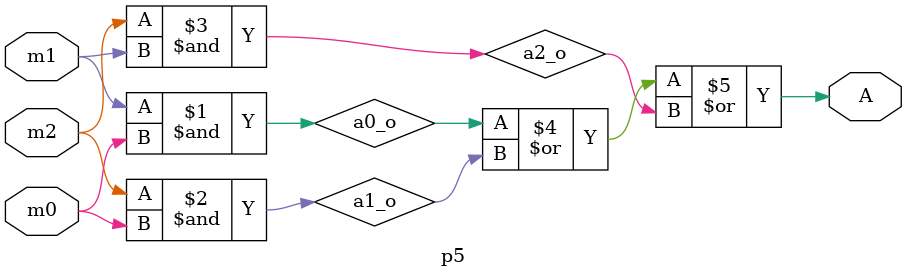
<source format=v>

module p5(A, m2, m1, m0); //you list all inputs and outputs, by convention outputs go first
	output A; // this tells the compile which lines are inputs and outputs
	input m2, m1, m0;
	
	and a0 (a0_o, m1, m0); // defines the a0 gate, see figure
	and a1 (a1_o, m2, m0); // defines the a1 gate, see figure
	and a2 (a2_o, m2, m1); // defines the a2 gate, see figure
	or o0 (A, a0_o, a1_o, a2_o); // defines the o0 gate, see figure
endmodule

</source>
